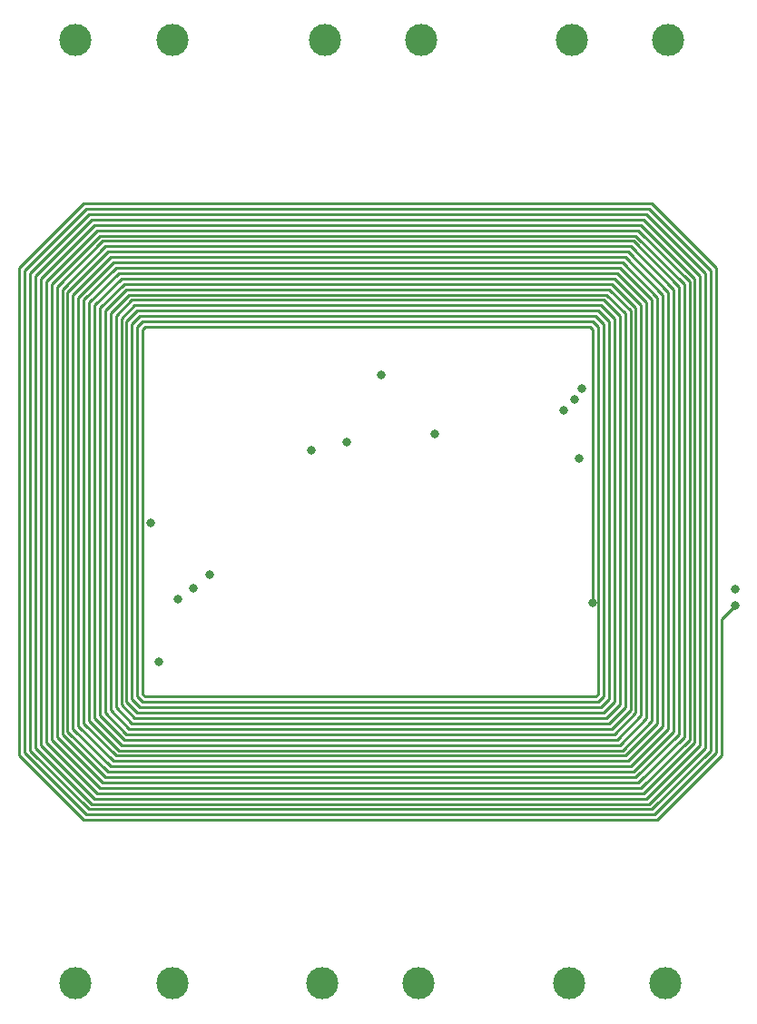
<source format=gbr>
%TF.GenerationSoftware,KiCad,Pcbnew,(5.1.10)-1*%
%TF.CreationDate,2022-05-08T17:12:19-07:00*%
%TF.ProjectId,solar-panel-side-XY,736f6c61-722d-4706-916e-656c2d736964,1.0*%
%TF.SameCoordinates,Original*%
%TF.FileFunction,Copper,L2,Inr*%
%TF.FilePolarity,Positive*%
%FSLAX46Y46*%
G04 Gerber Fmt 4.6, Leading zero omitted, Abs format (unit mm)*
G04 Created by KiCad (PCBNEW (5.1.10)-1) date 2022-05-08 17:12:19*
%MOMM*%
%LPD*%
G01*
G04 APERTURE LIST*
%TA.AperFunction,ComponentPad*%
%ADD10C,3.000000*%
%TD*%
%TA.AperFunction,ViaPad*%
%ADD11C,0.800000*%
%TD*%
%TA.AperFunction,Conductor*%
%ADD12C,0.250000*%
%TD*%
G04 APERTURE END LIST*
D10*
%TO.N,GND*%
%TO.C,SC6*%
X172250000Y-70750000D03*
%TO.N,Net-(SC5-Pad2)*%
X163250000Y-70750000D03*
%TD*%
%TO.N,Net-(SC5-Pad2)*%
%TO.C,SC5*%
X163000000Y-158750000D03*
%TO.N,Net-(D3-Pad2)*%
X172000000Y-158750000D03*
%TD*%
%TO.N,GND*%
%TO.C,SC4*%
X149250000Y-70750000D03*
%TO.N,Net-(SC3-Pad2)*%
X140250000Y-70750000D03*
%TD*%
%TO.N,Net-(SC3-Pad2)*%
%TO.C,SC3*%
X140000000Y-158750000D03*
%TO.N,Net-(D2-Pad2)*%
X149000000Y-158750000D03*
%TD*%
%TO.N,GND*%
%TO.C,SC2*%
X126000000Y-70750000D03*
%TO.N,Net-(SC1-Pad2)*%
X117000000Y-70750000D03*
%TD*%
%TO.N,Net-(SC1-Pad2)*%
%TO.C,SC1*%
X117000000Y-158750000D03*
%TO.N,Net-(D1-Pad2)*%
X126000000Y-158750000D03*
%TD*%
D11*
%TO.N,GND*%
X124000000Y-115750000D03*
X164000000Y-109750000D03*
X145500000Y-102000000D03*
%TO.N,+3V3*%
X164250000Y-103250000D03*
X150500000Y-107500000D03*
X126500000Y-122894997D03*
%TO.N,VSOLAR*%
X124750000Y-128750000D03*
%TO.N,SDA*%
X162500000Y-105250000D03*
X139000000Y-109000000D03*
X129500000Y-120644998D03*
%TO.N,SCL*%
X163500000Y-104250000D03*
X142250000Y-108250000D03*
X128000000Y-121894996D03*
%TO.N,Net-(U2-Pad6)*%
X165250000Y-123250000D03*
X178500000Y-122000000D03*
X178500000Y-123500000D03*
%TD*%
D12*
%TO.N,Net-(U2-Pad6)*%
X123500000Y-97500000D02*
X123250000Y-97750000D01*
X165250000Y-97750000D02*
X165000000Y-97500000D01*
X123500000Y-132000000D02*
X123250000Y-131750000D01*
X165500000Y-132000000D02*
X123500000Y-132000000D01*
X165750000Y-131750000D02*
X165500000Y-132000000D01*
X165750000Y-97500000D02*
X165750000Y-131750000D01*
X165250000Y-97000000D02*
X165750000Y-97500000D01*
X123250000Y-97000000D02*
X165250000Y-97000000D01*
X122750000Y-97500000D02*
X123250000Y-97000000D01*
X122750000Y-132000000D02*
X122750000Y-97500000D01*
X123250000Y-132500000D02*
X122750000Y-132000000D01*
X165750000Y-132500000D02*
X123250000Y-132500000D01*
X166250000Y-132000000D02*
X165750000Y-132500000D01*
X166250000Y-97250000D02*
X166250000Y-132000000D01*
X165500000Y-96500000D02*
X166250000Y-97250000D01*
X123000000Y-96500000D02*
X165500000Y-96500000D01*
X122250000Y-97250000D02*
X123000000Y-96500000D01*
X122250000Y-132250000D02*
X122250000Y-97250000D01*
X123000000Y-133000000D02*
X122250000Y-132250000D01*
X166000000Y-133000000D02*
X123000000Y-133000000D01*
X166750000Y-132250000D02*
X166000000Y-133000000D01*
X166750000Y-97000000D02*
X166750000Y-132250000D01*
X165750000Y-96000000D02*
X166750000Y-97000000D01*
X122750000Y-96000000D02*
X165750000Y-96000000D01*
X121750000Y-97000000D02*
X122750000Y-96000000D01*
X121750000Y-132500000D02*
X121750000Y-97000000D01*
X122750000Y-133500000D02*
X121750000Y-132500000D01*
X166250000Y-133500000D02*
X122750000Y-133500000D01*
X167250000Y-132500000D02*
X166250000Y-133500000D01*
X167250000Y-96750000D02*
X167250000Y-132500000D01*
X166000000Y-95500000D02*
X167250000Y-96750000D01*
X122500000Y-95500000D02*
X166000000Y-95500000D01*
X121250000Y-96750000D02*
X122500000Y-95500000D01*
X121250000Y-132750000D02*
X121250000Y-96750000D01*
X122500000Y-134000000D02*
X121250000Y-132750000D01*
X166500000Y-134000000D02*
X122500000Y-134000000D01*
X167750000Y-132750000D02*
X166500000Y-134000000D01*
X167750000Y-96500000D02*
X167750000Y-132750000D01*
X166250000Y-95000000D02*
X167750000Y-96500000D01*
X122250000Y-95000000D02*
X166250000Y-95000000D01*
X120750000Y-96500000D02*
X122250000Y-95000000D01*
X120750000Y-133000000D02*
X120750000Y-96500000D01*
X122250000Y-134500000D02*
X120750000Y-133000000D01*
X166750000Y-134500000D02*
X122250000Y-134500000D01*
X168250000Y-133000000D02*
X166750000Y-134500000D01*
X168250000Y-96250000D02*
X168250000Y-133000000D01*
X166500000Y-94500000D02*
X168250000Y-96250000D01*
X122000000Y-94500000D02*
X166500000Y-94500000D01*
X120250000Y-96250000D02*
X122000000Y-94500000D01*
X120250000Y-133250000D02*
X120250000Y-96250000D01*
X122000000Y-135000000D02*
X120250000Y-133250000D01*
X167000000Y-135000000D02*
X122000000Y-135000000D01*
X168750000Y-133250000D02*
X167000000Y-135000000D01*
X168750000Y-96000000D02*
X168750000Y-133250000D01*
X166750000Y-94000000D02*
X168750000Y-96000000D01*
X121750000Y-94000000D02*
X166750000Y-94000000D01*
X119750000Y-96000000D02*
X121750000Y-94000000D01*
X119750000Y-133500000D02*
X119750000Y-96000000D01*
X121750000Y-135500000D02*
X119750000Y-133500000D01*
X167250000Y-135500000D02*
X121750000Y-135500000D01*
X169250000Y-133500000D02*
X167250000Y-135500000D01*
X169250000Y-95750000D02*
X169250000Y-133500000D01*
X167000000Y-93500000D02*
X169250000Y-95750000D01*
X173750000Y-135750000D02*
X169500000Y-140000000D01*
X169250000Y-89000000D02*
X173750000Y-93500000D01*
X119250000Y-89000000D02*
X169250000Y-89000000D01*
X114750000Y-93500000D02*
X119250000Y-89000000D01*
X114750000Y-136000000D02*
X114750000Y-93500000D01*
X174250000Y-136000000D02*
X169750000Y-140500000D01*
X174250000Y-93250000D02*
X174250000Y-136000000D01*
X169500000Y-88500000D02*
X174250000Y-93250000D01*
X119000000Y-88500000D02*
X169500000Y-88500000D01*
X174750000Y-136250000D02*
X170000000Y-141000000D01*
X118750000Y-88000000D02*
X169750000Y-88000000D01*
X119250000Y-140500000D02*
X114750000Y-136000000D01*
X113750000Y-93000000D02*
X118750000Y-88000000D01*
X113750000Y-136500000D02*
X113750000Y-93000000D01*
X118750000Y-141500000D02*
X113750000Y-136500000D01*
X170750000Y-134250000D02*
X168000000Y-137000000D01*
X170000000Y-141000000D02*
X119000000Y-141000000D01*
X170250000Y-141500000D02*
X118750000Y-141500000D01*
X175250000Y-136500000D02*
X170250000Y-141500000D01*
X175250000Y-92750000D02*
X175250000Y-136500000D01*
X170000000Y-87500000D02*
X175250000Y-92750000D01*
X118500000Y-87500000D02*
X170000000Y-87500000D01*
X167750000Y-92000000D02*
X170750000Y-95000000D01*
X118000000Y-143000000D02*
X112250000Y-137250000D01*
X171250000Y-143500000D02*
X117750000Y-143500000D01*
X121250000Y-93000000D02*
X167250000Y-93000000D01*
X176750000Y-137250000D02*
X171000000Y-143000000D01*
X169750000Y-95500000D02*
X169750000Y-133750000D01*
X174750000Y-93000000D02*
X174750000Y-136250000D01*
X170750000Y-86000000D02*
X176750000Y-92000000D01*
X118500000Y-142000000D02*
X113250000Y-136750000D01*
X112250000Y-137250000D02*
X112250000Y-92250000D01*
X111750000Y-92000000D02*
X117750000Y-86000000D01*
X118250000Y-87000000D02*
X170250000Y-87000000D01*
X111750000Y-137500000D02*
X111750000Y-92000000D01*
X117750000Y-143500000D02*
X111750000Y-137500000D01*
X173750000Y-93500000D02*
X173750000Y-135750000D01*
X171000000Y-143000000D02*
X118000000Y-143000000D01*
X167500000Y-92500000D02*
X170250000Y-95250000D01*
X114250000Y-93250000D02*
X119000000Y-88500000D01*
X113250000Y-136750000D02*
X113250000Y-92750000D01*
X121000000Y-92500000D02*
X167500000Y-92500000D01*
X177250000Y-137500000D02*
X171250000Y-143500000D01*
X169750000Y-133750000D02*
X167500000Y-136000000D01*
X114250000Y-136250000D02*
X114250000Y-93250000D01*
X117750000Y-86000000D02*
X170750000Y-86000000D01*
X119000000Y-141000000D02*
X114250000Y-136250000D01*
X113250000Y-92750000D02*
X118500000Y-87500000D01*
X121250000Y-136500000D02*
X118750000Y-134000000D01*
X112250000Y-92250000D02*
X118000000Y-86500000D01*
X167750000Y-136500000D02*
X121250000Y-136500000D01*
X169750000Y-140500000D02*
X119250000Y-140500000D01*
X169750000Y-88000000D02*
X174750000Y-93000000D01*
X118000000Y-86500000D02*
X170500000Y-86500000D01*
X117250000Y-134750000D02*
X117250000Y-94750000D01*
X175750000Y-92500000D02*
X175750000Y-136750000D01*
X170500000Y-86500000D02*
X176250000Y-92250000D01*
X121500000Y-136000000D02*
X119250000Y-133750000D01*
X176250000Y-92250000D02*
X176250000Y-137000000D01*
X170250000Y-87000000D02*
X175750000Y-92500000D01*
X176250000Y-137000000D02*
X170750000Y-142500000D01*
X170750000Y-142500000D02*
X118250000Y-142500000D01*
X121000000Y-137000000D02*
X118250000Y-134250000D01*
X118250000Y-142500000D02*
X112750000Y-137000000D01*
X170750000Y-95000000D02*
X170750000Y-134250000D01*
X112750000Y-137000000D02*
X112750000Y-92500000D01*
X169500000Y-140000000D02*
X119500000Y-140000000D01*
X112750000Y-92500000D02*
X118250000Y-87000000D01*
X176750000Y-92000000D02*
X176750000Y-137250000D01*
X170250000Y-134000000D02*
X167750000Y-136500000D01*
X175750000Y-136750000D02*
X170500000Y-142000000D01*
X167250000Y-93000000D02*
X169750000Y-95500000D01*
X170500000Y-142000000D02*
X118500000Y-142000000D01*
X119500000Y-140000000D02*
X115250000Y-135750000D01*
X115250000Y-135750000D02*
X115250000Y-93750000D01*
X115250000Y-93750000D02*
X119500000Y-89500000D01*
X119500000Y-89500000D02*
X169000000Y-89500000D01*
X169000000Y-89500000D02*
X173250000Y-93750000D01*
X173250000Y-93750000D02*
X173250000Y-135500000D01*
X173250000Y-135500000D02*
X169250000Y-139500000D01*
X169250000Y-139500000D02*
X119750000Y-139500000D01*
X119750000Y-139500000D02*
X115750000Y-135500000D01*
X115750000Y-135500000D02*
X115750000Y-94000000D01*
X115750000Y-94000000D02*
X119750000Y-90000000D01*
X119750000Y-90000000D02*
X168750000Y-90000000D01*
X168750000Y-90000000D02*
X172750000Y-94000000D01*
X118750000Y-95500000D02*
X121250000Y-93000000D01*
X172750000Y-94000000D02*
X172750000Y-135250000D01*
X172750000Y-135250000D02*
X169000000Y-139000000D01*
X169000000Y-139000000D02*
X120000000Y-139000000D01*
X120000000Y-139000000D02*
X116250000Y-135250000D01*
X116250000Y-135250000D02*
X116250000Y-94250000D01*
X116250000Y-94250000D02*
X120000000Y-90500000D01*
X120000000Y-90500000D02*
X168500000Y-90500000D01*
X168500000Y-90500000D02*
X172250000Y-94250000D01*
X172250000Y-94250000D02*
X172250000Y-135000000D01*
X172250000Y-135000000D02*
X168750000Y-138500000D01*
X168750000Y-138500000D02*
X120250000Y-138500000D01*
X120250000Y-138500000D02*
X116750000Y-135000000D01*
X116750000Y-135000000D02*
X116750000Y-94500000D01*
X116750000Y-94500000D02*
X120250000Y-91000000D01*
X120250000Y-91000000D02*
X168250000Y-91000000D01*
X168250000Y-91000000D02*
X171750000Y-94500000D01*
X171750000Y-94500000D02*
X171750000Y-134750000D01*
X171750000Y-134750000D02*
X168500000Y-138000000D01*
X168500000Y-138000000D02*
X120500000Y-138000000D01*
X120500000Y-138000000D02*
X117250000Y-134750000D01*
X117250000Y-94750000D02*
X120500000Y-91500000D01*
X120500000Y-91500000D02*
X168000000Y-91500000D01*
X168000000Y-91500000D02*
X171250000Y-94750000D01*
X171250000Y-94750000D02*
X171250000Y-134500000D01*
X171250000Y-134500000D02*
X168250000Y-137500000D01*
X168250000Y-137500000D02*
X120750000Y-137500000D01*
X120750000Y-137500000D02*
X117750000Y-134500000D01*
X117750000Y-134500000D02*
X117750000Y-95000000D01*
X117750000Y-95000000D02*
X120750000Y-92000000D01*
X120750000Y-92000000D02*
X167750000Y-92000000D01*
X168000000Y-137000000D02*
X121000000Y-137000000D01*
X118250000Y-134250000D02*
X118250000Y-95250000D01*
X118250000Y-95250000D02*
X121000000Y-92500000D01*
X170250000Y-95250000D02*
X170250000Y-134000000D01*
X118750000Y-134000000D02*
X118750000Y-95500000D01*
X167500000Y-136000000D02*
X121500000Y-136000000D01*
X119250000Y-133750000D02*
X119250000Y-95750000D01*
X119250000Y-95750000D02*
X121500000Y-93500000D01*
X121500000Y-93500000D02*
X167000000Y-93500000D01*
X123250000Y-131750000D02*
X123250000Y-97750000D01*
X123500000Y-97500000D02*
X165000000Y-97500000D01*
X165250000Y-97750000D02*
X165250000Y-122000000D01*
X165250000Y-122000000D02*
X165250000Y-123250000D01*
X165250000Y-123250000D02*
X165250000Y-123250000D01*
X177250000Y-125250000D02*
X177250000Y-124750000D01*
X177250000Y-137500000D02*
X177250000Y-125250000D01*
X177250000Y-124750000D02*
X178500000Y-123500000D01*
%TD*%
M02*

</source>
